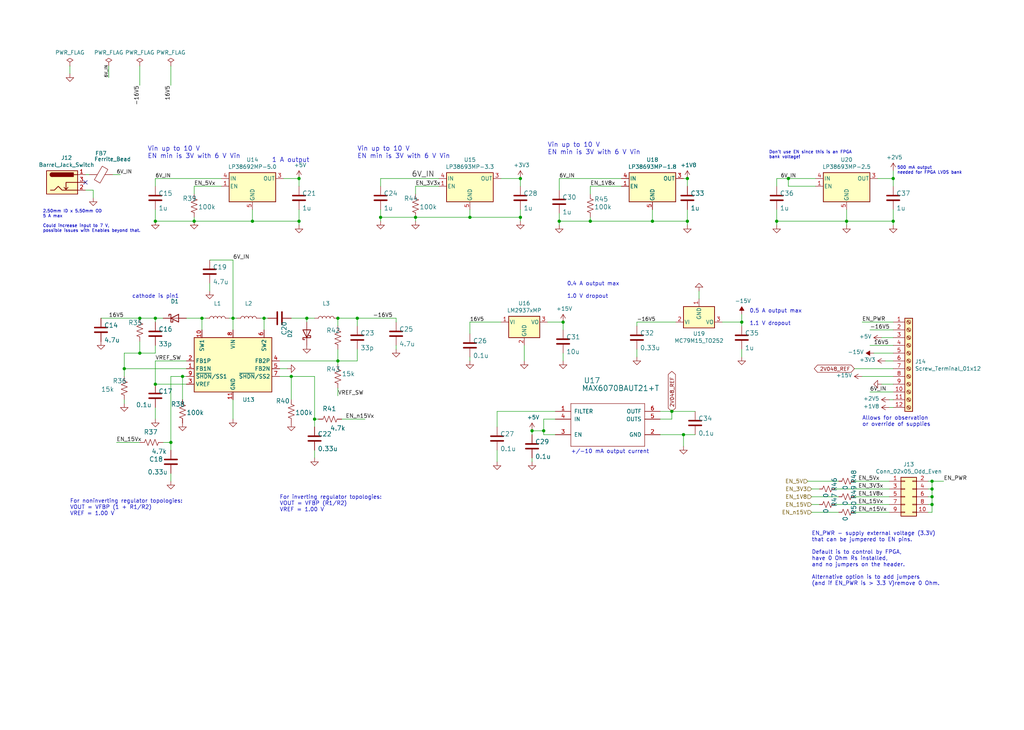
<source format=kicad_sch>
(kicad_sch (version 20211123) (generator eeschema)
  (paper "User" 334.874 238.938)
  (junction (at 97.79 58.42))
  (junction (at 224.79 58.42))
  (junction (at 304.8 157.48))
  (junction (at 254 72.39))
  (junction (at 184.15 105.41))
  (junction (at 170.18 58.42))
  (junction (at 219.71 134.62))
  (junction (at 304.8 165.1))
  (junction (at 135.89 71.12))
  (junction (at 50.8 104.14))
  (junction (at 116.84 104.14))
  (junction (at 40.64 120.65))
  (junction (at 213.36 72.39))
  (junction (at 257.81 58.42))
  (junction (at 55.88 144.78))
  (junction (at 50.8 125.73))
  (junction (at 59.69 123.19))
  (junction (at 153.67 71.12))
  (junction (at 182.88 72.39))
  (junction (at 193.04 72.39))
  (junction (at 86.36 104.14))
  (junction (at 102.87 137.16))
  (junction (at 76.2 104.14))
  (junction (at 110.49 104.14))
  (junction (at 242.57 105.41))
  (junction (at 224.79 72.39))
  (junction (at 304.8 160.02))
  (junction (at 100.33 104.14))
  (junction (at 177.8 140.97))
  (junction (at 95.25 123.19))
  (junction (at 173.99 140.97))
  (junction (at 276.86 72.39))
  (junction (at 45.72 104.14))
  (junction (at 63.5 72.39))
  (junction (at 292.1 72.39))
  (junction (at 50.8 72.39))
  (junction (at 82.55 72.39))
  (junction (at 124.46 71.12))
  (junction (at 66.04 104.14))
  (junction (at 304.8 162.56))
  (junction (at 97.79 72.39))
  (junction (at 110.49 118.11))
  (junction (at 45.72 115.57))
  (junction (at 170.18 71.12))
  (junction (at 292.1 58.42))
  (junction (at 223.52 142.24))
  (no_connect (at 27.94 59.69))
  (wire (pts (xy 55.88 21.59) (xy 55.88 27.94)))
  (wire (pts (xy 219.71 137.16) (xy 219.71 134.62)))
  (wire (pts (xy 45.72 27.94) (xy 45.72 21.59)))
  (wire (pts (xy 50.8 105.41) (xy 50.8 104.14)))
  (wire (pts (xy 254 58.42) (xy 257.81 58.42)))
  (wire (pts (xy 40.64 132.08) (xy 40.64 130.81)))
  (wire (pts (xy 193.04 72.39) (xy 213.36 72.39)))
  (wire (pts (xy 254 72.39) (xy 276.86 72.39)))
  (wire (pts (xy 77.47 104.14) (xy 76.2 104.14)))
  (wire (pts (xy 95.25 104.14) (xy 100.33 104.14)))
  (wire (pts (xy 264.16 157.48) (xy 274.32 157.48)))
  (wire (pts (xy 29.21 57.15) (xy 27.94 57.15)))
  (wire (pts (xy 284.48 107.95) (xy 292.1 107.95)))
  (wire (pts (xy 265.43 167.64) (xy 274.32 167.64)))
  (wire (pts (xy 100.33 104.14) (xy 102.87 104.14)))
  (wire (pts (xy 223.52 142.24) (xy 223.52 146.05)))
  (wire (pts (xy 223.52 142.24) (xy 215.9 142.24)))
  (wire (pts (xy 292.1 60.96) (xy 292.1 58.42)))
  (wire (pts (xy 208.28 114.3) (xy 208.28 116.84)))
  (wire (pts (xy 116.84 106.68) (xy 116.84 104.14)))
  (wire (pts (xy 63.5 72.39) (xy 50.8 72.39)))
  (wire (pts (xy 173.99 149.86) (xy 173.99 151.13)))
  (wire (pts (xy 292.1 68.58) (xy 292.1 72.39)))
  (wire (pts (xy 266.7 60.96) (xy 257.81 60.96)))
  (wire (pts (xy 227.33 142.24) (xy 223.52 142.24)))
  (wire (pts (xy 45.72 115.57) (xy 50.8 115.57)))
  (wire (pts (xy 76.2 85.09) (xy 76.2 104.14)))
  (wire (pts (xy 276.86 72.39) (xy 292.1 72.39)))
  (wire (pts (xy 177.8 142.24) (xy 181.61 142.24)))
  (wire (pts (xy 60.96 120.65) (xy 40.64 120.65)))
  (wire (pts (xy 224.79 72.39) (xy 224.79 73.66)))
  (wire (pts (xy 91.44 118.11) (xy 110.49 118.11)))
  (wire (pts (xy 38.1 144.78) (xy 45.72 144.78)))
  (wire (pts (xy 35.56 21.59) (xy 35.56 25.4)))
  (wire (pts (xy 50.8 118.11) (xy 60.96 118.11)))
  (wire (pts (xy 85.09 104.14) (xy 86.36 104.14)))
  (wire (pts (xy 224.79 68.58) (xy 224.79 72.39)))
  (wire (pts (xy 265.43 160.02) (xy 267.97 160.02)))
  (wire (pts (xy 110.49 114.3) (xy 110.49 118.11)))
  (wire (pts (xy 254 60.96) (xy 254 58.42)))
  (wire (pts (xy 82.55 72.39) (xy 63.5 72.39)))
  (wire (pts (xy 40.64 115.57) (xy 40.64 120.65)))
  (wire (pts (xy 290.83 133.35) (xy 292.1 133.35)))
  (wire (pts (xy 110.49 106.68) (xy 110.49 104.14)))
  (wire (pts (xy 55.88 123.19) (xy 55.88 144.78)))
  (wire (pts (xy 93.98 120.65) (xy 91.44 120.65)))
  (wire (pts (xy 97.79 60.96) (xy 97.79 58.42)))
  (wire (pts (xy 55.88 157.48) (xy 55.88 154.94)))
  (wire (pts (xy 55.88 144.78) (xy 53.34 144.78)))
  (wire (pts (xy 153.67 71.12) (xy 170.18 71.12)))
  (wire (pts (xy 76.2 137.16) (xy 76.2 130.81)))
  (wire (pts (xy 50.8 118.11) (xy 50.8 125.73)))
  (wire (pts (xy 66.04 107.95) (xy 66.04 104.14)))
  (wire (pts (xy 179.07 105.41) (xy 184.15 105.41)))
  (wire (pts (xy 276.86 68.58) (xy 276.86 72.39)))
  (wire (pts (xy 273.05 165.1) (xy 290.83 165.1)))
  (wire (pts (xy 86.36 104.14) (xy 87.63 104.14)))
  (wire (pts (xy 170.18 60.96) (xy 170.18 58.42)))
  (wire (pts (xy 162.56 147.32) (xy 162.56 151.13)))
  (wire (pts (xy 60.96 104.14) (xy 66.04 104.14)))
  (wire (pts (xy 129.54 114.3) (xy 129.54 113.03)))
  (wire (pts (xy 95.25 123.19) (xy 102.87 123.19)))
  (wire (pts (xy 303.53 165.1) (xy 304.8 165.1)))
  (wire (pts (xy 308.61 157.48) (xy 304.8 157.48)))
  (wire (pts (xy 68.58 85.09) (xy 76.2 85.09)))
  (wire (pts (xy 215.9 134.62) (xy 219.71 134.62)))
  (wire (pts (xy 242.57 105.41) (xy 242.57 106.68)))
  (wire (pts (xy 116.84 118.11) (xy 110.49 118.11)))
  (wire (pts (xy 203.2 60.96) (xy 193.04 60.96)))
  (wire (pts (xy 177.8 137.16) (xy 177.8 140.97)))
  (wire (pts (xy 289.56 118.11) (xy 292.1 118.11)))
  (wire (pts (xy 284.48 128.27) (xy 292.1 128.27)))
  (wire (pts (xy 287.02 58.42) (xy 292.1 58.42)))
  (wire (pts (xy 242.57 114.3) (xy 242.57 116.84)))
  (wire (pts (xy 304.8 160.02) (xy 304.8 157.48)))
  (wire (pts (xy 193.04 63.5) (xy 193.04 60.96)))
  (wire (pts (xy 124.46 58.42) (xy 143.51 58.42)))
  (wire (pts (xy 285.75 115.57) (xy 292.1 115.57)))
  (wire (pts (xy 162.56 134.62) (xy 162.56 139.7)))
  (wire (pts (xy 153.67 109.22) (xy 153.67 105.41)))
  (wire (pts (xy 50.8 137.16) (xy 50.8 133.35)))
  (wire (pts (xy 177.8 140.97) (xy 173.99 140.97)))
  (wire (pts (xy 50.8 113.03) (xy 50.8 115.57)))
  (wire (pts (xy 45.72 115.57) (xy 45.72 111.76)))
  (wire (pts (xy 124.46 71.12) (xy 135.89 71.12)))
  (wire (pts (xy 184.15 105.41) (xy 184.15 107.95)))
  (wire (pts (xy 182.88 72.39) (xy 193.04 72.39)))
  (wire (pts (xy 208.28 105.41) (xy 220.98 105.41)))
  (wire (pts (xy 182.88 69.85) (xy 182.88 72.39)))
  (wire (pts (xy 304.8 167.64) (xy 304.8 165.1)))
  (wire (pts (xy 257.81 58.42) (xy 266.7 58.42)))
  (wire (pts (xy 304.8 160.02) (xy 303.53 160.02)))
  (wire (pts (xy 45.72 115.57) (xy 40.64 115.57)))
  (wire (pts (xy 254 68.58) (xy 254 72.39)))
  (wire (pts (xy 116.84 104.14) (xy 129.54 104.14)))
  (wire (pts (xy 135.89 60.96) (xy 135.89 63.5)))
  (wire (pts (xy 303.53 167.64) (xy 304.8 167.64)))
  (wire (pts (xy 116.84 114.3) (xy 116.84 118.11)))
  (wire (pts (xy 74.93 104.14) (xy 76.2 104.14)))
  (wire (pts (xy 292.1 72.39) (xy 292.1 73.66)))
  (wire (pts (xy 50.8 68.58) (xy 50.8 72.39)))
  (wire (pts (xy 68.58 95.25) (xy 68.58 92.71)))
  (wire (pts (xy 182.88 58.42) (xy 203.2 58.42)))
  (wire (pts (xy 135.89 71.12) (xy 153.67 71.12)))
  (wire (pts (xy 208.28 105.41) (xy 208.28 106.68)))
  (wire (pts (xy 124.46 60.96) (xy 124.46 58.42)))
  (wire (pts (xy 304.8 162.56) (xy 304.8 160.02)))
  (wire (pts (xy 273.05 160.02) (xy 290.83 160.02)))
  (wire (pts (xy 153.67 68.58) (xy 153.67 71.12)))
  (wire (pts (xy 40.64 123.19) (xy 40.64 120.65)))
  (wire (pts (xy 279.4 120.65) (xy 292.1 120.65)))
  (wire (pts (xy 279.4 157.48) (xy 290.83 157.48)))
  (wire (pts (xy 265.43 162.56) (xy 274.32 162.56)))
  (wire (pts (xy 82.55 72.39) (xy 97.79 72.39)))
  (wire (pts (xy 36.83 57.15) (xy 39.37 57.15)))
  (wire (pts (xy 63.5 60.96) (xy 63.5 63.5)))
  (wire (pts (xy 124.46 68.58) (xy 124.46 71.12)))
  (wire (pts (xy 213.36 72.39) (xy 224.79 72.39)))
  (wire (pts (xy 242.57 102.87) (xy 242.57 105.41)))
  (wire (pts (xy 97.79 73.66) (xy 97.79 72.39)))
  (wire (pts (xy 50.8 104.14) (xy 53.34 104.14)))
  (wire (pts (xy 284.48 113.03) (xy 292.1 113.03)))
  (wire (pts (xy 193.04 71.12) (xy 193.04 72.39)))
  (wire (pts (xy 163.83 105.41) (xy 153.67 105.41)))
  (wire (pts (xy 153.67 118.11) (xy 153.67 116.84)))
  (wire (pts (xy 184.15 118.11) (xy 184.15 115.57)))
  (wire (pts (xy 72.39 60.96) (xy 63.5 60.96)))
  (wire (pts (xy 223.52 58.42) (xy 224.79 58.42)))
  (wire (pts (xy 177.8 142.24) (xy 177.8 140.97)))
  (wire (pts (xy 281.94 105.41) (xy 292.1 105.41)))
  (wire (pts (xy 288.29 110.49) (xy 292.1 110.49)))
  (wire (pts (xy 279.4 162.56) (xy 290.83 162.56)))
  (wire (pts (xy 63.5 72.39) (xy 63.5 71.12)))
  (wire (pts (xy 50.8 60.96) (xy 50.8 58.42)))
  (wire (pts (xy 60.96 123.19) (xy 59.69 123.19)))
  (wire (pts (xy 50.8 125.73) (xy 60.96 125.73)))
  (wire (pts (xy 265.43 165.1) (xy 267.97 165.1)))
  (wire (pts (xy 215.9 137.16) (xy 219.71 137.16)))
  (wire (pts (xy 288.29 125.73) (xy 292.1 125.73)))
  (wire (pts (xy 50.8 58.42) (xy 72.39 58.42)))
  (wire (pts (xy 66.04 104.14) (xy 67.31 104.14)))
  (wire (pts (xy 30.48 62.23) (xy 27.94 62.23)))
  (wire (pts (xy 91.44 123.19) (xy 95.25 123.19)))
  (wire (pts (xy 276.86 73.66) (xy 276.86 72.39)))
  (wire (pts (xy 292.1 130.81) (xy 290.83 130.81)))
  (wire (pts (xy 102.87 149.86) (xy 102.87 147.32)))
  (wire (pts (xy 116.84 104.14) (xy 110.49 104.14)))
  (wire (pts (xy 97.79 68.58) (xy 97.79 72.39)))
  (wire (pts (xy 102.87 139.7) (xy 102.87 137.16)))
  (wire (pts (xy 213.36 72.39) (xy 213.36 68.58)))
  (wire (pts (xy 177.8 137.16) (xy 181.61 137.16)))
  (wire (pts (xy 304.8 165.1) (xy 304.8 162.56)))
  (wire (pts (xy 279.4 167.64) (xy 290.83 167.64)))
  (wire (pts (xy 124.46 71.12) (xy 124.46 72.39)))
  (wire (pts (xy 303.53 162.56) (xy 304.8 162.56)))
  (wire (pts (xy 86.36 104.14) (xy 86.36 107.95)))
  (wire (pts (xy 95.25 123.19) (xy 95.25 130.81)))
  (wire (pts (xy 100.33 104.14) (xy 100.33 105.41)))
  (wire (pts (xy 143.51 60.96) (xy 135.89 60.96)))
  (wire (pts (xy 110.49 119.38) (xy 110.49 118.11)))
  (wire (pts (xy 59.69 123.19) (xy 59.69 130.81)))
  (wire (pts (xy 163.83 58.42) (xy 170.18 58.42)))
  (wire (pts (xy 55.88 147.32) (xy 55.88 144.78)))
  (wire (pts (xy 162.56 134.62) (xy 181.61 134.62)))
  (wire (pts (xy 110.49 129.54) (xy 110.49 127)))
  (wire (pts (xy 111.76 137.16) (xy 119.38 137.16)))
  (wire (pts (xy 30.48 64.77) (xy 30.48 62.23)))
  (wire (pts (xy 92.71 58.42) (xy 97.79 58.42)))
  (wire (pts (xy 55.88 123.19) (xy 59.69 123.19)))
  (wire (pts (xy 22.86 24.13) (xy 22.86 21.59)))
  (wire (pts (xy 182.88 73.66) (xy 182.88 72.39)))
  (wire (pts (xy 304.8 157.48) (xy 303.53 157.48)))
  (wire (pts (xy 171.45 118.11) (xy 171.45 113.03)))
  (wire (pts (xy 102.87 137.16) (xy 104.14 137.16)))
  (wire (pts (xy 224.79 60.96) (xy 224.79 58.42)))
  (wire (pts (xy 170.18 72.39) (xy 170.18 71.12)))
  (wire (pts (xy 292.1 123.19) (xy 281.94 123.19)))
  (wire (pts (xy 254 72.39) (xy 254 73.66)))
  (wire (pts (xy 219.71 134.62) (xy 227.33 134.62)))
  (wire (pts (xy 228.6 95.25) (xy 228.6 97.79)))
  (wire (pts (xy 45.72 104.14) (xy 50.8 104.14)))
  (wire (pts (xy 236.22 105.41) (xy 242.57 105.41)))
  (wire (pts (xy 292.1 55.88) (xy 292.1 58.42)))
  (wire (pts (xy 33.02 104.14) (xy 45.72 104.14)))
  (wire (pts (xy 170.18 68.58) (xy 170.18 71.12)))
  (wire (pts (xy 82.55 72.39) (xy 82.55 68.58)))
  (wire (pts (xy 129.54 104.14) (xy 129.54 105.41)))
  (wire (pts (xy 182.88 58.42) (xy 182.88 62.23)))
  (wire (pts (xy 257.81 60.96) (xy 257.81 58.42)))
  (wire (pts (xy 76.2 104.14) (xy 76.2 107.95)))
  (wire (pts (xy 173.99 142.24) (xy 173.99 140.97)))
  (wire (pts (xy 102.87 137.16) (xy 102.87 123.19)))
  (wire (pts (xy 135.89 72.39) (xy 135.89 71.12)))
  (text "EN_PWR - supply external voltage (3.3V)\nthat can be jumpered to EN pins.\n\nDefault is to control by FPGA, \nhave 0 Ohm Rs installed,\n and no jumpers on the header.\n\nAlternative option is to add jumpers \n(and if EN_PWR is > 3.3 V) remove 0 Ohm." (at 265.43 191.77 0) (effects (font (size 1.27 1.27)) (justify left bottom)))
  (text "Vin up to 10 V\nEN min is 3V with 6 V Vin" (at 116.84 52.07 0) (effects (font (size 1.4986 1.4986)) (justify left bottom)))
  (text "1 A output" (at 88.9 53.34 0) (effects (font (size 1.4986 1.4986)) (justify left bottom)))
  (text "Allows for observation \nor override of supplies" (at 281.94 139.7 0) (effects (font (size 1.27 1.27)) (justify left bottom)))
  (text "0.4 A output max\n\n1.0 V dropout" (at 185.42 97.79 0) (effects (font (size 1.27 1.27)) (justify left bottom)))
  (text "For inverting regulator topologies:\nVOUT = VFBP (R1/R2)\nVREF = 1.00 V " (at 91.44 167.64 0) (effects (font (size 1.27 1.27)) (justify left bottom)))
  (text "500 mA output\nneeded for FPGA LVDS bank" (at 293.37 57.15 0) (effects (font (size 0.9906 0.9906)) (justify left bottom)))
  (text "Don’t use EN since this is an FPGA\nbank voltage!" (at 251.46 52.07 0) (effects (font (size 0.9906 0.9906)) (justify left bottom)))
  (text "0.5 A output max\n\n1.1 V dropout" (at 245.11 106.68 0) (effects (font (size 1.27 1.27)) (justify left bottom)))
  (text "Vin up to 10 V\nEN min is 3V with 6 V Vin" (at 48.26 52.07 0) (effects (font (size 1.4986 1.4986)) (justify left bottom)))
  (text "For noninverting regulator topologies:\nVOUT = VFBP (1 + R1/R2)\nVREF = 1.00 V " (at 22.86 168.91 0) (effects (font (size 1.27 1.27)) (justify left bottom)))
  (text "Vin up to 10 V\nEN min is 3V with 6 V Vin" (at 179.07 50.8 0) (effects (font (size 1.4986 1.4986)) (justify left bottom)))
  (text "cathode is pin1" (at 43.18 97.79 0) (effects (font (size 1.27 1.27)) (justify left bottom)))
  (text "2.50mm ID x 5.50mm OD\n 5 A max\n\nCould increase input to 7 V, \n possible issues with Enables beyond that. " (at 13.97 76.2 0) (effects (font (size 0.9906 0.9906)) (justify left bottom)))
  (text "+/-10 mA output current" (at 186.69 148.59 0) (effects (font (size 1.27 1.27)) (justify left bottom)))
  (label "EN_15Vx" (at 38.1 144.78 0))
  (label "EN_PWR" (at 281.94 105.41 0))
  (label "-16V5" (at 284.48 107.95 0))
  (label "EN_n15Vx" (at 113.03 137.16 0))
  (label "EN_PWR" (at 308.61 157.48 0))
  (label "EN_1V8x" (at 280.67 162.56 0))
  (label "16V5" (at 55.88 27.94 270))
  (label "EN_n15Vx" (at 280.67 167.64 0))
  (label "VREF_SW" (at 110.49 129.54 0))
  (label "16V5" (at 153.67 105.41 0) (effects (font (size 1.1938 1.1938))))
  (label "16V5" (at 35.56 104.14 0))
  (label "6V_IN" (at 50.8 58.42 0) (effects (font (size 1.1938 1.1938))))
  (label "-16V5" (at 208.28 105.41 0) (effects (font (size 1.1938 1.1938))))
  (label "EN_5Vx" (at 63.5 60.96 0))
  (label "EN_1V8x" (at 193.04 60.96 0))
  (label "VREF_SW" (at 50.8 118.11 0))
  (label "-16V5" (at 121.92 104.14 0))
  (label "-16V5" (at 45.72 27.94 270))
  (label "6V_IN" (at 284.48 128.27 0))
  (label "16V5" (at 285.75 113.03 0))
  (label "6V_IN" (at 35.56 25.4 90) (effects (font (size 0.9906 0.9906))))
  (label "EN_15Vx" (at 280.67 165.1 0))
  (label "6V_IN" (at 134.62 58.42 0) (effects (font (size 1.778 1.778))))
  (label "EN_3V3x" (at 280.67 160.02 0))
  (label "EN_3V3x" (at 135.89 60.96 0))
  (label "6V_IN" (at 255.27 58.42 0) (effects (font (size 1.1938 1.1938))))
  (label "EN_5Vx" (at 280.67 157.48 0))
  (label "6V_IN" (at 38.1 57.15 0) (effects (font (size 1.1938 1.1938))))
  (label "6V_IN" (at 182.88 58.42 0) (effects (font (size 1.1938 1.1938))))
  (label "6V_IN" (at 76.2 85.09 0))
  (global_label "2V048_REF" (shape bidirectional) (at 219.71 134.62 90) (effects (font (size 1.1938 1.1938))) (property "Intersheet References" "${INTERSHEET_REFS}" (effects hide)))
  (global_label "2V048_REF" (shape bidirectional) (at 279.4 120.65 180) (effects (font (size 1.1938 1.1938))) (property "Intersheet References" "${INTERSHEET_REFS}" (effects hide)))
  (hierarchical_label "EN_1V8" (shape input) (at 265.43 162.56 180))
  (hierarchical_label "EN_5V" (shape input) (at 264.16 157.48 180))
  (hierarchical_label "EN_n15V" (shape input) (at 265.43 167.64 180))
  (hierarchical_label "EN_3V3" (shape input) (at 265.43 160.02 180))
  (hierarchical_label "EN_15V" (shape input) (at 265.43 165.1 180))
  (symbol (lib_id "power:GND") (at 208.28 116.84 0) (unit 1)
    (property "Reference" "#GND049" (effects hide))
    (property "Value" "GND" (effects hide))
  )
  (symbol (lib_id "Device:C") (at 227.33 138.43 0) (unit 1)
    (property "Reference" "C34" (at 228.346 137.795 0) (effects (font (size 1.4986 1.4986)) (justify left bottom)))
    (property "Value" "0.1u" (at 228.346 142.621 0) (effects (font (size 1.4986 1.4986)) (justify left bottom)))
    (property "Footprint" "Capacitor_SMD:C_0603_1608Metric" (effects hide))
    (property "Manf#" "CL10B104KA8NFNC" (effects hide))
    (property "Manufacturer_Name" "Samsung" (effects hide))
    (property "Tolerance" "10%" (effects hide))
    (property "voltage" "25" (effects hide))
  )
  (symbol (lib_id "Device:C") (at 242.57 110.49 0) (unit 1)
    (property "Reference" "C35" (at 243.586 109.855 0) (effects (font (size 1.4986 1.4986)) (justify left bottom)))
    (property "Value" "1u" (at 243.586 114.681 0) (effects (font (size 1.4986 1.4986)) (justify left bottom)))
    (property "Footprint" "Capacitor_SMD:C_0603_1608Metric" (effects hide))
    (property "Manf#" "CL10A105KA8NFNC" (effects hide))
    (property "Tolerance" "10%" (effects hide))
    (property "voltage" "25V" (effects hide))
  )
  (symbol (lib_id "covg-kicad:MAX6070BAUT21+T") (at 172.72 134.62 0) (unit 1)
    (property "Reference" "U17" (at 190.8556 125.5014 0) (effects (font (size 1.7526 1.7526)) (justify left bottom)))
    (property "Value" "MAX6070BAUT21+T" (at 190.2206 128.0414 0) (effects (font (size 1.7526 1.7526)) (justify left bottom)))
    (property "Footprint" "Package_TO_SOT_SMD:SOT-23-6_Handsoldering" (effects hide))
    (property "Manf#" "MAX6070BAUT21+T" (effects hide))
  )
  (symbol (lib_id "power:GND") (at 153.67 118.11 0) (unit 1)
    (property "Reference" "#GND042" (effects hide))
    (property "Value" "GND" (effects hide))
  )
  (symbol (lib_id "power:GND") (at 242.57 116.84 0) (unit 1)
    (property "Reference" "#GND053" (effects hide))
    (property "Value" "GND" (effects hide))
  )
  (symbol (lib_id "power:+5V") (at 97.79 58.42 0) (unit 1)
    (property "Reference" "#PWR065" (effects hide))
    (property "Value" "+5V" (at 98.171 54.0258 0))
  )
  (symbol (lib_id "Device:R_US") (at 110.49 123.19 0) (unit 1)
    (property "Reference" "R43" (at 106.68 121.6914 0) (effects (font (size 1.4986 1.4986)) (justify left bottom)))
    (property "Value" "15k" (at 111.76 123.19 0) (effects (font (size 1.4986 1.4986)) (justify left bottom)))
    (property "Footprint" "Resistor_SMD:R_0603_1608Metric" (effects hide))
    (property "Manf#" "RC0603FR-0715KL" (effects hide))
    (property "Tolerance" "1%" (effects hide))
  )
  (symbol (lib_id "power:GND") (at 254 73.66 0) (unit 1)
    (property "Reference" "#GND054" (effects hide))
    (property "Value" "GND" (effects hide))
  )
  (symbol (lib_id "Device:R_US") (at 110.49 110.49 0) (unit 1)
    (property "Reference" "R42" (at 106.68 108.9914 0) (effects (font (size 1.4986 1.4986)) (justify left bottom)))
    (property "Manf#" "RC0603FR-07249KL" (effects hide))
    (property "Tolerance" "1%" (effects hide))
  )
  (symbol (lib_id "Regulator_Linear:LP38693MP-2.5") (at 276.86 60.96 0) (unit 1)
    (property "Reference" "U20" (at 276.86 52.2732 0))
    (property "Value" "LP38693MP-2.5" (at 276.86 54.5846 0))
    (property "Footprint" "Package_TO_SOT_SMD:SOT-223-5" (effects hide))
    (property "Datasheet" "https://www.ti.com/lit/ds/symlink/lp38693.pdf" (effects hide))
    (property "Manf#" "LP38693MP-2.5/NOPB" (effects hide))
  )
  (symbol (lib_id "power:GND") (at 276.86 73.66 0) (unit 1)
    (property "Reference" "#GND055" (effects hide))
    (property "Value" "GND" (effects hide))
  )
  (symbol (lib_id "power:GND") (at 292.1 73.66 0) (unit 1)
    (property "Reference" "#GND056" (effects hide))
    (property "Value" "GND" (effects hide))
  )
  (symbol (lib_id "power:+2V5") (at 292.1 55.88 0) (unit 1)
    (property "Reference" "#PWR077" (effects hide))
    (property "Value" "+2V5" (at 292.481 51.4858 0))
  )
  (symbol (lib_id "power:+2V5") (at 290.83 130.81 90) (unit 1)
    (property "Reference" "#PWR076" (effects hide))
    (property "Value" "+2V5" (at 287.5788 130.429 90) (effects (justify left)))
  )
  (symbol (lib_id "power:PWR_FLAG") (at 22.86 21.59 0) (unit 1)
    (property "Reference" "#FLG01" (effects hide))
    (property "Value" "PWR_FLAG" (at 22.86 17.1958 0))
  )
  (symbol (lib_id "power:GND") (at 22.86 24.13 0) (unit 1)
    (property "Reference" "#GND023" (effects hide))
    (property "Value" "GND" (effects hide))
  )
  (symbol (lib_id "power:PWR_FLAG") (at 35.56 21.59 0) (unit 1)
    (property "Reference" "#FLG02" (effects hide))
    (property "Value" "PWR_FLAG" (at 35.56 17.1958 0))
  )
  (symbol (lib_id "Device:C") (at 68.58 88.9 0) (unit 1)
    (property "Reference" "C19" (at 69.596 88.265 0) (effects (font (size 1.4986 1.4986)) (justify left bottom)))
    (property "Value" "4.7u" (at 69.596 93.091 0) (effects (font (size 1.4986 1.4986)) (justify left bottom)))
    (property "Footprint" "Capacitor_SMD:C_0603_1608Metric" (effects hide))
    (property "Manf#" "TMK107BBJ475MA-T" (effects hide))
    (property "Tolerance" "20%" (effects hide))
    (property "voltage" "25V" (effects hide))
  )
  (symbol (lib_id "power:PWR_FLAG") (at 45.72 21.59 0) (unit 1)
    (property "Reference" "#FLG03" (effects hide))
    (property "Value" "PWR_FLAG" (at 45.72 17.1958 0))
  )
  (symbol (lib_id "power:PWR_FLAG") (at 55.88 21.59 0) (unit 1)
    (property "Reference" "#FLG04" (effects hide))
    (property "Value" "PWR_FLAG" (at 55.88 17.1958 0))
  )
  (symbol (lib_id "power:GND") (at 68.58 95.25 0) (unit 1)
    (property "Reference" "#GND032" (effects hide))
    (property "Value" "GND" (effects hide))
  )
  (symbol (lib_id "Connector:Barrel_Jack_Switch") (at 20.32 59.69 0) (unit 1)
    (property "Reference" "J12" (at 21.7678 51.6382 0))
    (property "Value" "Barrel_Jack_Switch" (at 21.7678 53.9496 0))
    (property "Footprint" "covg-kicad:CUI_PJ-002BH" (effects hide))
    (property "Manf#" "PJ-002BH" (effects hide))
  )
  (symbol (lib_id "Device:R_US") (at 49.53 144.78 270) (unit 1)
    (property "Reference" "R37" (at 46.99 142.24 90) (effects (font (size 1.4986 1.4986)) (justify left bottom)))
    (property "Value" "4.7k" (at 49.53 148.59 90) (effects (font (size 1.4986 1.4986)) (justify left bottom)))
    (property "Footprint" "Resistor_SMD:R_0603_1608Metric" (effects hide))
    (property "Manf#" "RC0603FR-074K7L" (effects hide))
    (property "Power" "0.1W" (effects hide))
  )
  (symbol (lib_id "Device:R_Small_US") (at 276.86 167.64 270) (unit 1)
    (property "Reference" "R50" (at 278.3586 163.83 0) (effects (font (size 1.4986 1.4986)) (justify left bottom)))
    (property "Value" "0" (at 275.59 168.91 0) (effects (font (size 1.4986 1.4986)) (justify left bottom)))
    (property "Footprint" "Resistor_SMD:R_0603_1608Metric" (effects hide))
    (property "Manf#" "RC0603FR-070RL" (effects hide))
    (property "Power" "0.1W" (effects hide))
  )
  (symbol (lib_id "Device:C") (at 124.46 64.77 0) (unit 1)
    (property "Reference" "C24" (at 125.476 64.135 0) (effects (font (size 1.4986 1.4986)) (justify left bottom)))
    (property "Value" "1u" (at 125.476 68.961 0) (effects (font (size 1.4986 1.4986)) (justify left bottom)))
    (property "Footprint" "Capacitor_SMD:C_0603_1608Metric" (effects hide))
    (property "Manf#" "CL10A105KA8NFNC" (effects hide))
    (property "Tolerance" "10%" (effects hide))
    (property "voltage" "25V" (effects hide))
  )
  (symbol (lib_id "Device:C") (at 97.79 64.77 0) (unit 1)
    (property "Reference" "C21" (at 98.806 64.135 0) (effects (font (size 1.4986 1.4986)) (justify left bottom)))
    (property "Value" "1u" (at 98.806 68.961 0) (effects (font (size 1.4986 1.4986)) (justify left bottom)))
    (property "Footprint" "Capacitor_SMD:C_0603_1608Metric" (effects hide))
    (property "Manf#" "CL10A105KA8NFNC" (effects hide))
    (property "Tolerance" "10%" (effects hide))
    (property "voltage" "25V" (effects hide))
  )
  (symbol (lib_id "Device:C") (at 170.18 64.77 0) (unit 1)
    (property "Reference" "C28" (at 171.196 64.135 0) (effects (font (size 1.4986 1.4986)) (justify left bottom)))
    (property "Value" "1u" (at 171.196 68.961 0) (effects (font (size 1.4986 1.4986)) (justify left bottom)))
    (property "Footprint" "Capacitor_SMD:C_0603_1608Metric" (effects hide))
    (property "Manf#" "CL10A105KA8NFNC" (effects hide))
    (property "Tolerance" "10%" (effects hide))
    (property "voltage" "25V" (effects hide))
  )
  (symbol (lib_id "Device:C") (at 182.88 66.04 0) (unit 1)
    (property "Reference" "C30" (at 183.896 65.405 0) (effects (font (size 1.4986 1.4986)) (justify left bottom)))
    (property "Value" "1u" (at 183.896 70.231 0) (effects (font (size 1.4986 1.4986)) (justify left bottom)))
    (property "Footprint" "Capacitor_SMD:C_0603_1608Metric" (effects hide))
    (property "Manf#" "CL10A105KA8NFNC" (effects hide))
    (property "Tolerance" "10%" (effects hide))
    (property "voltage" "25V" (effects hide))
  )
  (symbol (lib_id "Device:C") (at 224.79 64.77 0) (unit 1)
    (property "Reference" "C33" (at 225.806 64.135 0) (effects (font (size 1.4986 1.4986)) (justify left bottom)))
    (property "Value" "1u" (at 225.806 68.961 0) (effects (font (size 1.4986 1.4986)) (justify left bottom)))
    (property "Footprint" "Capacitor_SMD:C_0603_1608Metric" (effects hide))
    (property "Manf#" "CL10A105KA8NFNC" (effects hide))
    (property "Tolerance" "10%" (effects hide))
    (property "voltage" "25V" (effects hide))
  )
  (symbol (lib_id "Device:C") (at 254 64.77 0) (unit 1)
    (property "Reference" "C36" (at 255.016 64.135 0) (effects (font (size 1.4986 1.4986)) (justify left bottom)))
    (property "Value" "1u" (at 255.016 68.961 0) (effects (font (size 1.4986 1.4986)) (justify left bottom)))
    (property "Footprint" "Capacitor_SMD:C_0603_1608Metric" (effects hide))
    (property "Manf#" "CL10A105KA8NFNC" (effects hide))
    (property "Tolerance" "10%" (effects hide))
    (property "voltage" "25V" (effects hide))
  )
  (symbol (lib_id "Device:C") (at 292.1 64.77 0) (unit 1)
    (property "Reference" "C37" (at 293.116 64.135 0) (effects (font (size 1.4986 1.4986)) (justify left bottom)))
    (property "Value" "1u" (at 293.116 68.961 0) (effects (font (size 1.4986 1.4986)) (justify left bottom)))
    (property "Footprint" "Capacitor_SMD:C_0603_1608Metric" (effects hide))
    (property "Manf#" "CL10A105KA8NFNC" (effects hide))
    (property "Tolerance" "10%" (effects hide))
    (property "voltage" "25V" (effects hide))
  )
  (symbol (lib_id "Regulator_Switching:LT3471") (at 76.2 120.65 0) (unit 1)
    (property "Reference" "U13" (at 81.28 130.81 0))
    (property "Manf#" "LT3471EDD#PBF" (effects hide))
  )
  (symbol (lib_id "power:GND") (at 76.2 137.16 0) (unit 1)
    (property "Reference" "#GND033" (effects hide))
    (property "Value" "GND" (effects hide))
  )
  (symbol (lib_id "Device:L") (at 71.12 104.14 90) (unit 1)
    (property "Reference" "L1" (at 71.12 99.314 90))
    (property "Manf#" "SRR4018-4R7Y" (effects hide))
  )
  (symbol (lib_id "Device:L") (at 81.28 104.14 90) (unit 1)
    (property "Reference" "L2" (at 81.28 99.314 90))
    (property "Manf#" "NRS5020T100MMGJ" (effects hide))
  )
  (symbol (lib_id "Device:D_Schottky") (at 57.15 104.14 0) (unit 1)
    (property "Reference" "D1" (at 57.15 98.6282 0))
    (property "Manf#" "MBRM120LT3G" (effects hide))
  )
  (symbol (lib_id "Device:C") (at 33.02 107.95 0) (unit 1)
    (property "Reference" "C14" (at 34.036 107.315 0) (effects (font (size 1.4986 1.4986)) (justify left bottom)))
    (property "Value" "4.7u" (at 34.036 112.141 0) (effects (font (size 1.4986 1.4986)) (justify left bottom)))
    (property "Footprint" "Capacitor_SMD:C_0603_1608Metric" (effects hide))
    (property "Manf#" "TMK107BBJ475MA-T" (effects hide))
    (property "Tolerance" "20%" (effects hide))
    (property "voltage" "25V" (effects hide))
  )
  (symbol (lib_id "power:GND") (at 33.02 111.76 0) (unit 1)
    (property "Reference" "#GND025" (effects hide))
    (property "Value" "GND" (effects hide))
  )
  (symbol (lib_id "Device:R_US") (at 45.72 107.95 0) (unit 1)
    (property "Reference" "R35" (at 41.91 106.4514 0) (effects (font (size 1.4986 1.4986)) (justify left bottom)))
    (property "Manf#" "RC0603FR-07232KL" (effects hide))
  )
  (symbol (lib_id "Device:R_US") (at 40.64 127 0) (unit 1)
    (property "Reference" "R36" (at 36.83 125.5014 0) (effects (font (size 1.4986 1.4986)) (justify left bottom)))
    (property "Value" "15k" (at 33.02 128.27 0) (effects (font (size 1.4986 1.4986)) (justify left bottom)))
    (property "Footprint" "Resistor_SMD:R_0603_1608Metric" (effects hide))
    (property "Manf#" "RC0603FR-0715kL" (effects hide))
    (property "Power" "0.1W" (effects hide))
    (property "Tolerance" "1%" (effects hide))
  )
  (symbol (lib_id "power:GND") (at 40.64 132.08 0) (unit 1)
    (property "Reference" "#GND026" (effects hide))
    (property "Value" "GND" (effects hide))
  )
  (symbol (lib_id "power:GND") (at 288.29 125.73 270) (unit 1)
    (property "Reference" "#GND0280" (effects hide))
    (property "Value" "GND" (effects hide))
  )
  (symbol (lib_id "Device:R_US") (at 59.69 134.62 0) (unit 1)
    (property "Reference" "R38" (at 55.88 133.1214 0) (effects (font (size 1.4986 1.4986)) (justify left bottom)))
    (property "Value" "100k" (at 60.96 135.89 0) (effects (font (size 1.4986 1.4986)) (justify left bottom)))
    (property "Footprint" "Resistor_SMD:R_0603_1608Metric" (effects hide))
    (property "Manf#" "RC0603FR-07100KL" (effects hide))
    (property "Power" "0.1W" (effects hide))
    (property "Tolerance" "1%" (effects hide))
  )
  (symbol (lib_id "power:GND") (at 59.69 138.43 0) (unit 1)
    (property "Reference" "#GND030" (effects hide))
    (property "Value" "GND" (effects hide))
  )
  (symbol (lib_id "Device:C") (at 50.8 129.54 0) (unit 1)
    (property "Reference" "C17" (at 51.816 128.905 0) (effects (font (size 1.4986 1.4986)) (justify left bottom)))
    (property "Value" "0.1u" (at 44.45 133.35 0) (effects (font (size 1.4986 1.4986)) (justify left bottom)))
    (property "Footprint" "Capacitor_SMD:C_0603_1608Metric" (effects hide))
    (property "Manf#" "CL10B104KA8NFNC" (effects hide))
    (property "Manufacturer_Name" "Samsung" (effects hide))
    (property "Tolerance" "10%" (effects hide))
    (property "voltage" "25" (effects hide))
  )
  (symbol (lib_id "power:GND") (at 50.8 137.16 0) (unit 1)
    (property "Reference" "#GND028" (effects hide))
    (property "Value" "GND" (effects hide))
  )
  (symbol (lib_id "Device:R_US") (at 95.25 134.62 0) (unit 1)
    (property "Reference" "R40" (at 90.17 132.08 0) (effects (font (size 1.4986 1.4986)) (justify left bottom)))
    (property "Value" "100k" (at 96.52 135.89 0) (effects (font (size 1.4986 1.4986)) (justify left bottom)))
    (property "Footprint" "Resistor_SMD:R_0603_1608Metric" (effects hide))
    (property "Manf#" "RC0603FR-07100KL" (effects hide))
    (property "Power" "0.1W" (effects hide))
    (property "Tolerance" "1%" (effects hide))
  )
  (symbol (lib_id "power:GND") (at 95.25 138.43 0) (unit 1)
    (property "Reference" "#GND035" (effects hide))
    (property "Value" "GND" (effects hide))
  )
  (symbol (lib_id "Device:C") (at 91.44 104.14 270) (unit 1)
    (property "Reference" "C20" (at 92.075 105.156 0) (effects (font (size 1.4986 1.4986)) (justify left bottom)))
    (property "Manf#" "CL10A105KA8NFNC" (effects hide))
    (property "Tolerance" "10%" (effects hide))
    (property "voltage" "25V" (effects hide))
  )
  (symbol (lib_id "Device:D_Schottky") (at 100.33 109.22 90) (unit 1)
    (property "Reference" "D2" (at 94.8182 109.22 0))
    (property "Manf#" "MBRM120LT3G" (effects hide))
  )
  (symbol (lib_id "Device:L") (at 106.68 104.14 90) (unit 1)
    (property "Reference" "L3" (at 106.68 99.314 90))
    (property "Manf#" "SRR6028-150Y" (effects hide))
  )
  (symbol (lib_id "Device:C") (at 129.54 109.22 0) (unit 1)
    (property "Reference" "C25" (at 130.556 108.585 0) (effects (font (size 1.4986 1.4986)) (justify left bottom)))
    (property "Value" "4.7u" (at 130.556 113.411 0) (effects (font (size 1.4986 1.4986)) (justify left bottom)))
    (property "Footprint" "Capacitor_SMD:C_0603_1608Metric" (effects hide))
    (property "Manf#" "TMK107BBJ475MA-T" (effects hide))
    (property "Tolerance" "20%" (effects hide))
    (property "voltage" "25V" (effects hide))
  )
  (symbol (lib_id "power:GND") (at 129.54 114.3 0) (unit 1)
    (property "Reference" "#GND040" (effects hide))
    (property "Value" "GND" (effects hide))
  )
  (symbol (lib_id "power:GND") (at 93.98 120.65 90) (unit 1)
    (property "Reference" "#GND034" (effects hide))
    (property "Value" "GND" (effects hide))
  )
  (symbol (lib_id "power:GND") (at 100.33 113.03 0) (unit 1)
    (property "Reference" "#GND037" (effects hide))
    (property "Value" "GND" (effects hide))
  )
  (symbol (lib_id "power:+15V") (at 281.94 123.19 90) (unit 1)
    (property "Reference" "#PWR073" (effects hide))
    (property "Value" "+15V" (at 278.6888 122.809 90) (effects (justify left)))
  )
  (symbol (lib_id "power:-15V") (at 285.75 115.57 90) (unit 1)
    (property "Reference" "#PWR072" (effects hide))
    (property "Value" "-15V" (at 282.4988 115.189 90) (effects (justify left)))
  )
  (symbol (lib_id "power:+3V3") (at 289.56 118.11 90) (unit 1)
    (property "Reference" "#PWR071" (effects hide))
    (property "Value" "+3V3" (at 286.3088 117.729 90) (effects (justify left)))
  )
  (symbol (lib_id "Device:C") (at 50.8 109.22 0) (unit 1)
    (property "Reference" "C16" (at 51.816 108.585 0) (effects (font (size 1.4986 1.4986)) (justify left bottom)))
    (property "Value" "33p" (at 51.816 113.411 0) (effects (font (size 1.4986 1.4986)) (justify left bottom)))
    (property "Footprint" "Capacitor_SMD:C_0603_1608Metric" (effects hide))
    (property "Manf#" "CC0603JRNPO9BN330" (effects hide))
    (property "Tolerance" "5%" (effects hide))
    (property "voltage" "50V" (effects hide))
  )
  (symbol (lib_id "power:+15V") (at 184.15 105.41 0) (unit 1)
    (property "Reference" "#PWR068" (effects hide))
    (property "Value" "+15V" (at 184.531 101.0158 0))
  )
  (symbol (lib_id "power:-15V") (at 242.57 102.87 0) (unit 1)
    (property "Reference" "#PWR070" (effects hide))
    (property "Value" "-15V" (at 242.951 98.4758 0))
  )
  (symbol (lib_id "power:+5V") (at 173.99 140.97 0) (unit 1)
    (property "Reference" "#PWR067" (effects hide))
    (property "Value" "+5V" (at 174.371 136.5758 0))
  )
  (symbol (lib_id "Device:C") (at 116.84 110.49 0) (unit 1)
    (property "Reference" "C23" (at 117.856 109.855 0) (effects (font (size 1.4986 1.4986)) (justify left bottom)))
    (property "Value" "33p" (at 117.856 114.681 0) (effects (font (size 1.4986 1.4986)) (justify left bottom)))
    (property "Footprint" "Capacitor_SMD:C_0603_1608Metric" (effects hide))
    (property "Manf#" "CC0603JRNPO9BN330" (effects hide))
    (property "Tolerance" "5%" (effects hide))
    (property "voltage" "50V" (effects hide))
  )
  (symbol (lib_id "power:+3V3") (at 170.18 58.42 0) (unit 1)
    (property "Reference" "#PWR066" (effects hide))
    (property "Value" "+3V3" (at 170.561 54.0258 0))
  )
  (symbol (lib_id "power:+1V8") (at 224.79 58.42 0) (unit 1)
    (property "Reference" "#PWR069" (effects hide))
    (property "Value" "+1V8" (at 225.171 54.0258 0))
  )
  (symbol (lib_id "power:+1V8") (at 290.83 133.35 90) (unit 1)
    (property "Reference" "#PWR075" (effects hide))
    (property "Value" "+1V8" (at 287.5788 132.969 90) (effects (justify left)))
  )
  (symbol (lib_id "power:GND") (at 184.15 118.11 0) (unit 1)
    (property "Reference" "#GND048" (effects hide))
    (property "Value" "GND" (effects hide))
  )
  (symbol (lib_id "Regulator_Linear:MC79M15_TO252") (at 228.6 105.41 0) (unit 1)
    (property "Reference" "U19" (at 228.6 109.1946 0))
    (property "Value" "MC79M15_TO252" (at 228.6 111.506 0))
    (property "Footprint" "Package_TO_SOT_SMD:TO-252-2" (effects hide))
    (property "Datasheet" "http://www.onsemi.com/pub/Collateral/MC79M00-D.PDF" (effects hide))
    (property "Manf#" "MC79M15BDTRKG" (effects hide))
  )
  (symbol (lib_id "power:GND") (at 228.6 95.25 180) (unit 1)
    (property "Reference" "#GND052" (effects hide))
    (property "Value" "GND" (effects hide))
  )
  (symbol (lib_id "Regulator_Linear:LP38693MP-5.0") (at 82.55 60.96 0) (unit 1)
    (property "Reference" "U14" (at 82.55 52.2732 0))
    (property "Value" "LP38692MP-5.0" (at 82.55 54.5846 0))
    (property "Footprint" "Package_TO_SOT_SMD:SOT-223-5" (effects hide))
    (property "Datasheet" "https://www.ti.com/lit/ds/symlink/lp38693.pdf" (effects hide))
    (property "Manf#" "LP38692MPX-5.0/NOPB" (effects hide))
    (property "Notes" "LP38693 is 500 mA version. LP38692 is 1 A version. Footprints are the same." (effects hide))
  )
  (symbol (lib_id "Device:R_US") (at 63.5 67.31 0) (unit 1)
    (property "Reference" "R39" (at 59.69 65.8114 0) (effects (font (size 1.4986 1.4986)) (justify left bottom)))
    (property "Value" "100k" (at 64.77 68.58 0) (effects (font (size 1.4986 1.4986)) (justify left bottom)))
    (property "Footprint" "Resistor_SMD:R_0603_1608Metric" (effects hide))
    (property "Manf#" "RC0603FR-07100KL" (effects hide))
    (property "Power" "0.1W" (effects hide))
    (property "Tolerance" "1%" (effects hide))
  )
  (symbol (lib_id "power:GND") (at 63.5 72.39 0) (unit 1)
    (property "Reference" "#GND031" (effects hide))
    (property "Value" "GND" (effects hide))
  )
  (symbol (lib_id "Regulator_Linear:LM2937xMP") (at 171.45 105.41 0) (unit 1)
    (property "Reference" "U16" (at 171.45 99.2632 0))
    (property "Value" "LM2937xMP" (at 171.45 101.5746 0))
    (property "Footprint" "Package_TO_SOT_SMD:SOT-223-3_TabPin2" (effects hide))
    (property "Datasheet" "http://www.ti.com/lit/ds/symlink/lm2937.pdf" (effects hide))
    (property "Manf#" "LM2937IMPX-15/NOPB" (effects hide))
  )
  (symbol (lib_id "Connector:Screw_Terminal_01x12") (at 297.18 118.11 0) (unit 1)
    (property "Reference" "J14" (at 299.212 118.3132 0) (effects (justify left)))
    (property "Value" "Screw_Terminal_01x12" (at 299.212 120.6246 0) (effects (justify left)))
    (property "Footprint" "TerminalBlock_Phoenix:TerminalBlock_Phoenix_MPT-0,5-12-2.54_1x12_P2.54mm_Horizontal" (effects hide))
    (property "Manf#" "OSTVN12A150" (effects hide))
  )
  (symbol (lib_id "power:+5V") (at 288.29 110.49 90) (unit 1)
    (property "Reference" "#PWR0285" (effects hide))
    (property "Value" "+5V" (at 285.0388 110.109 90) (effects (justify left)))
  )
  (symbol (lib_id "Connector_Generic:Conn_02x05_Odd_Even") (at 295.91 162.56 0) (unit 1)
    (property "Reference" "J13" (at 297.18 151.9682 0))
    (property "Value" "Conn_02x05_Odd_Even" (at 297.18 154.2796 0))
    (property "Footprint" "Connector_PinHeader_2.00mm:PinHeader_2x05_P2.00mm_Vertical_SMD" (effects hide))
    (property "Manf#" "0877591064" (effects hide))
  )
  (symbol (lib_id "Regulator_Linear:LP38693MP-1.8") (at 213.36 60.96 0) (unit 1)
    (property "Reference" "U18" (at 213.36 52.2732 0))
    (property "Value" "LP38693MP-1.8" (at 213.36 54.5846 0))
    (property "Footprint" "Package_TO_SOT_SMD:SOT-223-5" (effects hide))
    (property "Datasheet" "https://www.ti.com/lit/ds/symlink/lp38693.pdf" (effects hide))
    (property "Manf#" "LP38693MP-1.8/NOPB" (effects hide))
  )
  (symbol (lib_id "Regulator_Linear:LP38693MP-3.3") (at 153.67 60.96 0) (unit 1)
    (property "Reference" "U15" (at 153.67 52.2732 0))
    (property "Value" "LP38693MP-3.3" (at 153.67 54.5846 0))
    (property "Footprint" "Package_TO_SOT_SMD:SOT-223-5" (effects hide))
    (property "Datasheet" "https://www.ti.com/lit/ds/symlink/lp38693.pdf" (effects hide))
    (property "Manf#" "LP38693MP-3.3/NOPB" (effects hide))
  )
  (symbol (lib_id "Device:R_Small_US") (at 276.86 157.48 270) (unit 1)
    (property "Reference" "R48" (at 278.3586 153.67 0) (effects (font (size 1.4986 1.4986)) (justify left bottom)))
    (property "Value" "0" (at 275.59 158.75 0) (effects (font (size 1.4986 1.4986)) (justify left bottom)))
    (property "Footprint" "Resistor_SMD:R_0603_1608Metric" (effects hide))
    (property "Manf#" "RC0603FR-070RL" (effects hide))
    (property "Power" "0.1W" (effects hide))
  )
  (symbol (lib_id "Device:R_Small_US") (at 270.51 160.02 270) (unit 1)
    (property "Reference" "R46" (at 272.0086 156.21 0) (effects (font (size 1.4986 1.4986)) (justify left bottom)))
    (property "Value" "0" (at 269.24 161.29 0) (effects (font (size 1.4986 1.4986)) (justify left bottom)))
    (property "Footprint" "Resistor_SMD:R_0603_1608Metric" (effects hide))
    (property "Manf#" "RC0603FR-070RL" (effects hide))
    (property "Power" "0.1W" (effects hide))
  )
  (symbol (lib_id "Device:R_Small_US") (at 276.86 162.56 270) (unit 1)
    (property "Reference" "R49" (at 278.3586 158.75 0) (effects (font (size 1.4986 1.4986)) (justify left bottom)))
    (property "Value" "0" (at 275.59 163.83 0) (effects (font (size 1.4986 1.4986)) (justify left bottom)))
    (property "Footprint" "Resistor_SMD:R_0603_1608Metric" (effects hide))
    (property "Manf#" "RC0603FR-070RL" (effects hide))
    (property "Power" "0.1W" (effects hide))
  )
  (symbol (lib_id "Device:R_Small_US") (at 270.51 165.1 270) (unit 1)
    (property "Reference" "R47" (at 272.0086 161.29 0) (effects (font (size 1.4986 1.4986)) (justify left bottom)))
    (property "Value" "0" (at 269.24 166.37 0) (effects (font (size 1.4986 1.4986)) (justify left bottom)))
    (property "Footprint" "Resistor_SMD:R_0603_1608Metric" (effects hide))
    (property "Manf#" "RC0603FR-070RL" (effects hide))
    (property "Power" "0.1W" (effects hide))
  )
  (symbol (lib_id "Device:R_US") (at 135.89 67.31 0) (unit 1)
    (property "Reference" "R44" (at 132.08 65.8114 0) (effects (font (size 1.4986 1.4986)) (justify left bottom)))
    (property "Value" "100k" (at 137.16 68.58 0) (effects (font (size 1.4986 1.4986)) (justify left bottom)))
    (property "Footprint" "Resistor_SMD:R_0603_1608Metric" (effects hide))
    (property "Manf#" "RC0603FR-07100KL" (effects hide))
    (property "Power" "0.1W" (effects hide))
    (property "Tolerance" "1%" (effects hide))
  )
  (symbol (lib_id "power:GND") (at 135.89 72.39 0) (unit 1)
    (property "Reference" "#GND041" (effects hide))
    (property "Value" "GND" (effects hide))
  )
  (symbol (lib_id "Device:R_US") (at 193.04 67.31 0) (unit 1)
    (property "Reference" "R45" (at 194.31 66.04 0) (effects (font (size 1.4986 1.4986)) (justify left bottom)))
    (property "Value" "100k" (at 194.31 68.58 0) (effects (font (size 1.4986 1.4986)) (justify left bottom)))
    (property "Footprint" "Resistor_SMD:R_0603_1608Metric" (effects hide))
    (property "Manf#" "RC0603FR-07100KL" (effects hide))
    (property "Power" "0.1W" (effects hide))
    (property "Tolerance" "1%" (effects hide))
  )
  (symbol (lib_id "power:GND") (at 171.45 118.11 0) (unit 1)
    (property "Reference" "#GND045" (effects hide))
    (property "Value" "GND" (effects hide))
  )
  (symbol (lib_id "Device:R_US") (at 107.95 137.16 270) (unit 1)
    (property "Reference" "R41" (at 105.41 134.62 90) (effects (font (size 1.4986 1.4986)) (justify left bottom)))
    (property "Value" "4.7k" (at 107.95 140.97 90) (effects (font (size 1.4986 1.4986)) (justify left bottom)))
    (property "Footprint" "Resistor_SMD:R_0603_1608Metric" (effects hide))
    (property "Manf#" "RC0603FR-074K7L" (effects hide))
    (property "Power" "0.1W" (effects hide))
  )
  (symbol (lib_id "Device:C") (at 102.87 143.51 0) (unit 1)
    (property "Reference" "C22" (at 103.886 142.875 0) (effects (font (size 1.4986 1.4986)) (justify left bottom)))
    (property "Value" "0.33u" (at 103.886 147.701 0) (effects (font (size 1.4986 1.4986)) (justify left bottom)))
    (property "Footprint" "Capacitor_SMD:C_0603_1608Metric" (effects hide))
    (property "Manf#" "CC0603KRX5R8BB334" (effects hide))
    (property "Manufacturer_Name" "Yageo" (effects hide))
    (property "Tolerance" "10%" (effects hide))
    (property "voltage" "25V" (effects hide))
  )
  (symbol (lib_id "power:GND") (at 102.87 149.86 0) (unit 1)
    (property "Reference" "#GND038" (effects hide))
    (property "Value" "GND" (effects hide))
  )
  (symbol (lib_id "Device:C") (at 55.88 151.13 0) (mirror y) (unit 1)
    (property "Reference" "C18" (at 53.34 151.13 0) (effects (font (size 1.4986 1.4986)) (justify left bottom)))
    (property "Value" "0.33u" (at 54.864 155.321 0) (effects (font (size 1.4986 1.4986)) (justify left bottom)))
    (property "Footprint" "Capacitor_SMD:C_0603_1608Metric" (effects hide))
    (property "Manf#" "CC0603KRX5R8BB334" (effects hide))
    (property "Manufacturer_Name" "Yageo" (effects hide))
    (property "Tolerance" "10%" (effects hide))
    (property "voltage" "25V" (effects hide))
  )
  (symbol (lib_id "power:GND") (at 55.88 157.48 0) (mirror y) (unit 1)
    (property "Reference" "#GND029" (effects hide))
    (property "Value" "GND" (effects hide))
  )
  (symbol (lib_id "Device:FerriteBead") (at 33.02 57.15 270) (unit 1)
    (property "Reference" "FB7" (at 33.02 50.1904 90))
    (property "Value" "Ferrite_Bead" (at 36.83 52.07 90))
    (property "Footprint" "Capacitor_SMD:C_1206_3216Metric" (effects hide))
    (property "Manf#" "742792117" (effects hide))
    (property "Current Rating" "6 A" (effects hide))
  )
  (symbol (lib_id "Device:C") (at 153.67 113.03 0) (unit 1)
    (property "Reference" "C26" (at 154.686 112.395 0) (effects (font (size 1.4986 1.4986)) (justify left bottom)))
    (property "Value" "0.1u" (at 154.686 117.221 0) (effects (font (size 1.4986 1.4986)) (justify left bottom)))
    (property "Footprint" "Capacitor_SMD:C_0603_1608Metric" (effects hide))
    (property "Manf#" "CL10B104KA8NFNC" (effects hide))
    (property "Manufacturer_Name" "Samsung" (effects hide))
    (property "Tolerance" "10%" (effects hide))
    (property "voltage" "25" (effects hide))
  )
  (symbol (lib_id "Device:C") (at 173.99 146.05 0) (unit 1)
    (property "Reference" "C29" (at 175.006 145.415 0) (effects (font (size 1.4986 1.4986)) (justify left bottom)))
    (property "Value" "0.1u" (at 175.006 150.241 0) (effects (font (size 1.4986 1.4986)) (justify left bottom)))
    (property "Footprint" "Capacitor_SMD:C_0603_1608Metric" (effects hide))
    (property "Manf#" "CL10B104KA8NFNC" (effects hide))
    (property "Manufacturer_Name" "Samsung" (effects hide))
    (property "Tolerance" "10%" (effects hide))
    (property "voltage" "25" (effects hide))
  )
  (symbol (lib_id "power:GND") (at 182.88 73.66 0) (unit 1)
    (property "Reference" "#GND047" (effects hide))
    (property "Value" "GND" (effects hide))
  )
  (symbol (lib_id "power:GND") (at 170.18 72.39 0) (unit 1)
    (property "Reference" "#GND044" (effects hide))
    (property "Value" "GND" (effects hide))
  )
  (symbol (lib_id "Device:C") (at 162.56 143.51 0) (unit 1)
    (property "Reference" "C27" (at 163.576 142.875 0) (effects (font (size 1.4986 1.4986)) (justify left bottom)))
    (property "Value" "0.1u" (at 163.576 147.701 0) (effects (font (size 1.4986 1.4986)) (justify left bottom)))
    (property "Footprint" "Capacitor_SMD:C_0603_1608Metric" (effects hide))
    (property "Manf#" "CL10B104KA8NFNC" (effects hide))
    (property "Manufacturer_Name" "Samsung" (effects hide))
    (property "Tolerance" "10%" (effects hide))
    (property "voltage" "25" (effects hide))
  )
  (symbol (lib_id "power:GND") (at 124.46 72.39 0) (unit 1)
    (property "Reference" "#GND039" (effects hide))
    (property "Value" "GND" (effects hide))
  )
  (symbol (lib_id "power:GND") (at 50.8 72.39 0) (unit 1)
    (property "Reference" "#GND027" (effects hide))
    (property "Value" "GND" (effects hide))
  )
  (symbol (lib_id "power:GND") (at 97.79 73.66 0) (unit 1)
    (property "Reference" "#GND036" (effects hide))
    (property "Value" "GND" (effects hide))
  )
  (symbol (lib_id "Device:C") (at 50.8 64.77 0) (unit 1)
    (property "Reference" "C15" (at 51.816 64.135 0) (effects (font (size 1.4986 1.4986)) (justify left bottom)))
    (property "Value" "1u" (at 51.816 68.961 0) (effects (font (size 1.4986 1.4986)) (justify left bottom)))
    (property "Footprint" "Capacitor_SMD:C_0603_1608Metric" (effects hide))
    (property "Manf#" "CL10A105KA8NFNC" (effects hide))
    (property "Tolerance" "10%" (effects hide))
    (property "voltage" "25V" (effects hide))
  )
  (symbol (lib_id "power:GND") (at 173.99 151.13 0) (unit 1)
    (property "Reference" "#GND046" (effects hide))
    (property "Value" "GND" (effects hide))
  )
  (symbol (lib_id "power:GND") (at 162.56 151.13 0) (unit 1)
    (property "Reference" "#GND043" (effects hide))
    (property "Value" "GND" (effects hide))
  )
  (symbol (lib_id "Device:C") (at 208.28 110.49 0) (unit 1)
    (property "Reference" "C32" (at 209.296 109.855 0) (effects (font (size 1.4986 1.4986)) (justify left bottom)))
    (property "Value" "0.33u" (at 209.296 114.681 0) (effects (font (size 1.4986 1.4986)) (justify left bottom)))
    (property "Footprint" "Capacitor_SMD:C_0603_1608Metric" (effects hide))
    (property "Manf#" "CC0603KRX5R8BB334" (effects hide))
    (property "Manufacturer_Name" "Yageo" (effects hide))
    (property "Tolerance" "10%" (effects hide))
    (property "voltage" "25V" (effects hide))
  )
  (symbol (lib_id "Device:C") (at 184.15 111.76 0) (unit 1)
    (property "Reference" "C31" (at 185.166 111.125 0) (effects (font (size 1.4986 1.4986)) (justify left bottom)))
    (property "Value" "10u" (at 185.166 115.951 0) (effects (font (size 1.4986 1.4986)) (justify left bottom)))
    (property "Footprint" "Capacitor_SMD:C_0805_2012Metric" (effects hide))
    (property "Manf#" "TMK212BBJ106MG-T" (effects hide))
    (property "Manufacturer_Name" "Taiyo Yuden" (effects hide))
    (property "Tolerance" "20%" (effects hide))
    (property "voltage" "25" (effects hide))
  )
  (symbol (lib_id "power:GND") (at 223.52 146.05 0) (unit 1)
    (property "Reference" "#GND050" (effects hide))
    (property "Value" "GND" (effects hide))
  )
  (symbol (lib_id "power:GND") (at 224.79 73.66 0) (unit 1)
    (property "Reference" "#GND051" (effects hide))
    (property "Value" "GND" (effects hide))
  )
  (symbol (lib_id "power:GND") (at 30.48 64.77 0) (unit 1)
    (property "Reference" "#GND024" (effects hide))
    (property "Value" "GND" (effects hide))
  )
)
</source>
